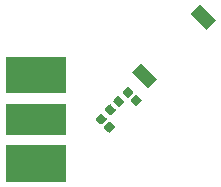
<source format=gts>
G04 #@! TF.GenerationSoftware,KiCad,Pcbnew,5.0.2-bee76a0~70~ubuntu16.04.1*
G04 #@! TF.CreationDate,2019-02-25T16:09:05-05:00*
G04 #@! TF.ProjectId,ant1,616e7431-2e6b-4696-9361-645f70636258,rev?*
G04 #@! TF.SameCoordinates,Original*
G04 #@! TF.FileFunction,Soldermask,Top*
G04 #@! TF.FilePolarity,Negative*
%FSLAX46Y46*%
G04 Gerber Fmt 4.6, Leading zero omitted, Abs format (unit mm)*
G04 Created by KiCad (PCBNEW 5.0.2-bee76a0~70~ubuntu16.04.1) date Mon 25 Feb 2019 04:09:05 PM EST*
%MOMM*%
%LPD*%
G01*
G04 APERTURE LIST*
%ADD10C,0.100000*%
G04 APERTURE END LIST*
D10*
G36*
X165550800Y-80450800D02*
X160449200Y-80450800D01*
X160449200Y-77349200D01*
X165550800Y-77349200D01*
X165550800Y-80450800D01*
X165550800Y-80450800D01*
G37*
G36*
X165550800Y-76450800D02*
X160449200Y-76450800D01*
X160449200Y-73849200D01*
X165550800Y-73849200D01*
X165550800Y-76450800D01*
X165550800Y-76450800D01*
G37*
G36*
X169253418Y-75351097D02*
X169274012Y-75357345D01*
X169292994Y-75367491D01*
X169314411Y-75385067D01*
X169638619Y-75709275D01*
X169656195Y-75730692D01*
X169666341Y-75749674D01*
X169672589Y-75770268D01*
X169674698Y-75791689D01*
X169672589Y-75813110D01*
X169666341Y-75833704D01*
X169656195Y-75852686D01*
X169638619Y-75874103D01*
X169279055Y-76233667D01*
X169257638Y-76251243D01*
X169238656Y-76261389D01*
X169218062Y-76267637D01*
X169196641Y-76269746D01*
X169175220Y-76267637D01*
X169154626Y-76261389D01*
X169135644Y-76251243D01*
X169114227Y-76233667D01*
X168790019Y-75909459D01*
X168772443Y-75888042D01*
X168762297Y-75869060D01*
X168756049Y-75848466D01*
X168753940Y-75827045D01*
X168756049Y-75805624D01*
X168762297Y-75785030D01*
X168772443Y-75766048D01*
X168790019Y-75744631D01*
X169149583Y-75385067D01*
X169171000Y-75367491D01*
X169189982Y-75357345D01*
X169210576Y-75351097D01*
X169231997Y-75348988D01*
X169253418Y-75351097D01*
X169253418Y-75351097D01*
G37*
G36*
X168567524Y-74665203D02*
X168588118Y-74671451D01*
X168607100Y-74681597D01*
X168628517Y-74699173D01*
X168952725Y-75023381D01*
X168970301Y-75044798D01*
X168980447Y-75063780D01*
X168986695Y-75084374D01*
X168988804Y-75105795D01*
X168986695Y-75127216D01*
X168980447Y-75147810D01*
X168970301Y-75166792D01*
X168952725Y-75188209D01*
X168593161Y-75547773D01*
X168571744Y-75565349D01*
X168552762Y-75575495D01*
X168532168Y-75581743D01*
X168510747Y-75583852D01*
X168489326Y-75581743D01*
X168468732Y-75575495D01*
X168449750Y-75565349D01*
X168428333Y-75547773D01*
X168104125Y-75223565D01*
X168086549Y-75202148D01*
X168076403Y-75183166D01*
X168070155Y-75162572D01*
X168068046Y-75141151D01*
X168070155Y-75119730D01*
X168076403Y-75099136D01*
X168086549Y-75080154D01*
X168104125Y-75058737D01*
X168463689Y-74699173D01*
X168485106Y-74681597D01*
X168504088Y-74671451D01*
X168524682Y-74665203D01*
X168546103Y-74663094D01*
X168567524Y-74665203D01*
X168567524Y-74665203D01*
G37*
G36*
X169309986Y-73866173D02*
X169330580Y-73872421D01*
X169349562Y-73882567D01*
X169370979Y-73900143D01*
X169730543Y-74259707D01*
X169748119Y-74281124D01*
X169758265Y-74300106D01*
X169764513Y-74320700D01*
X169766622Y-74342121D01*
X169764513Y-74363542D01*
X169758265Y-74384136D01*
X169748119Y-74403118D01*
X169730543Y-74424535D01*
X169406335Y-74748743D01*
X169384918Y-74766319D01*
X169365936Y-74776465D01*
X169345342Y-74782713D01*
X169323921Y-74784822D01*
X169302500Y-74782713D01*
X169281906Y-74776465D01*
X169262924Y-74766319D01*
X169241507Y-74748743D01*
X168881943Y-74389179D01*
X168864367Y-74367762D01*
X168854221Y-74348780D01*
X168847973Y-74328186D01*
X168845864Y-74306765D01*
X168847973Y-74285344D01*
X168854221Y-74264750D01*
X168864367Y-74245768D01*
X168881943Y-74224351D01*
X169206151Y-73900143D01*
X169227568Y-73882567D01*
X169246550Y-73872421D01*
X169267144Y-73866173D01*
X169288565Y-73864064D01*
X169309986Y-73866173D01*
X169309986Y-73866173D01*
G37*
G36*
X169995880Y-73180279D02*
X170016474Y-73186527D01*
X170035456Y-73196673D01*
X170056873Y-73214249D01*
X170416437Y-73573813D01*
X170434013Y-73595230D01*
X170444159Y-73614212D01*
X170450407Y-73634806D01*
X170452516Y-73656227D01*
X170450407Y-73677648D01*
X170444159Y-73698242D01*
X170434013Y-73717224D01*
X170416437Y-73738641D01*
X170092229Y-74062849D01*
X170070812Y-74080425D01*
X170051830Y-74090571D01*
X170031236Y-74096819D01*
X170009815Y-74098928D01*
X169988394Y-74096819D01*
X169967800Y-74090571D01*
X169948818Y-74080425D01*
X169927401Y-74062849D01*
X169567837Y-73703285D01*
X169550261Y-73681868D01*
X169540115Y-73662886D01*
X169533867Y-73642292D01*
X169531758Y-73620871D01*
X169533867Y-73599450D01*
X169540115Y-73578856D01*
X169550261Y-73559874D01*
X169567837Y-73538457D01*
X169892045Y-73214249D01*
X169913462Y-73196673D01*
X169932444Y-73186527D01*
X169953038Y-73180279D01*
X169974459Y-73178170D01*
X169995880Y-73180279D01*
X169995880Y-73180279D01*
G37*
G36*
X171516160Y-73088355D02*
X171536754Y-73094603D01*
X171555736Y-73104749D01*
X171577153Y-73122325D01*
X171901361Y-73446533D01*
X171918937Y-73467950D01*
X171929083Y-73486932D01*
X171935331Y-73507526D01*
X171937440Y-73528947D01*
X171935331Y-73550368D01*
X171929083Y-73570962D01*
X171918937Y-73589944D01*
X171901361Y-73611361D01*
X171541797Y-73970925D01*
X171520380Y-73988501D01*
X171501398Y-73998647D01*
X171480804Y-74004895D01*
X171459383Y-74007004D01*
X171437962Y-74004895D01*
X171417368Y-73998647D01*
X171398386Y-73988501D01*
X171376969Y-73970925D01*
X171052761Y-73646717D01*
X171035185Y-73625300D01*
X171025039Y-73606318D01*
X171018791Y-73585724D01*
X171016682Y-73564303D01*
X171018791Y-73542882D01*
X171025039Y-73522288D01*
X171035185Y-73503306D01*
X171052761Y-73481889D01*
X171412325Y-73122325D01*
X171433742Y-73104749D01*
X171452724Y-73094603D01*
X171473318Y-73088355D01*
X171494739Y-73086246D01*
X171516160Y-73088355D01*
X171516160Y-73088355D01*
G37*
G36*
X170830266Y-72402461D02*
X170850860Y-72408709D01*
X170869842Y-72418855D01*
X170891259Y-72436431D01*
X171215467Y-72760639D01*
X171233043Y-72782056D01*
X171243189Y-72801038D01*
X171249437Y-72821632D01*
X171251546Y-72843053D01*
X171249437Y-72864474D01*
X171243189Y-72885068D01*
X171233043Y-72904050D01*
X171215467Y-72925467D01*
X170855903Y-73285031D01*
X170834486Y-73302607D01*
X170815504Y-73312753D01*
X170794910Y-73319001D01*
X170773489Y-73321110D01*
X170752068Y-73319001D01*
X170731474Y-73312753D01*
X170712492Y-73302607D01*
X170691075Y-73285031D01*
X170366867Y-72960823D01*
X170349291Y-72939406D01*
X170339145Y-72920424D01*
X170332897Y-72899830D01*
X170330788Y-72878409D01*
X170332897Y-72856988D01*
X170339145Y-72836394D01*
X170349291Y-72817412D01*
X170366867Y-72795995D01*
X170726431Y-72436431D01*
X170747848Y-72418855D01*
X170766830Y-72408709D01*
X170787424Y-72402461D01*
X170808845Y-72400352D01*
X170830266Y-72402461D01*
X170830266Y-72402461D01*
G37*
G36*
X165550800Y-72950800D02*
X160449200Y-72950800D01*
X160449200Y-69849200D01*
X165550800Y-69849200D01*
X165550800Y-72950800D01*
X165550800Y-72950800D01*
G37*
G36*
X173256566Y-71718754D02*
X172477617Y-72497703D01*
X171132982Y-71153068D01*
X171911931Y-70374119D01*
X173256566Y-71718754D01*
X173256566Y-71718754D01*
G37*
G36*
X178206313Y-66769007D02*
X177427364Y-67547956D01*
X176082729Y-66203321D01*
X176861678Y-65424372D01*
X178206313Y-66769007D01*
X178206313Y-66769007D01*
G37*
M02*

</source>
